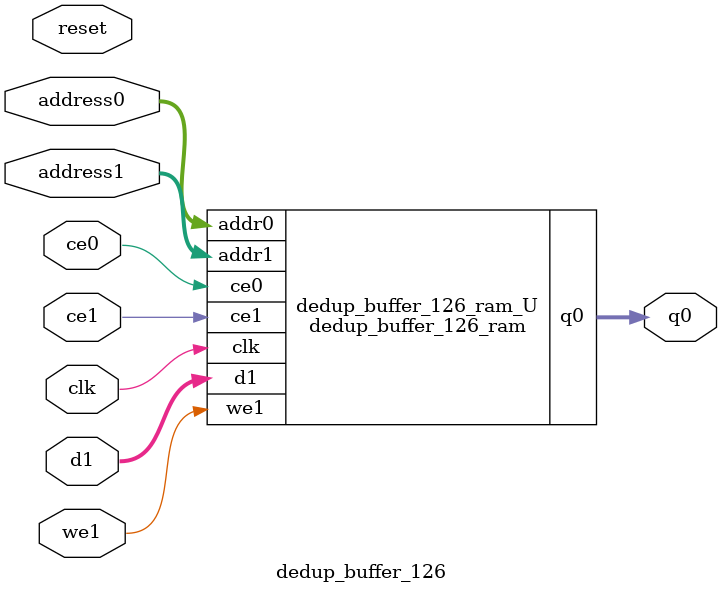
<source format=v>

`timescale 1 ns / 1 ps
module dedup_buffer_126_ram (addr0, ce0, q0, addr1, ce1, d1, we1,  clk);

parameter DWIDTH = 8;
parameter AWIDTH = 6;
parameter MEM_SIZE = 64;

input[AWIDTH-1:0] addr0;
input ce0;
output reg[DWIDTH-1:0] q0;
input[AWIDTH-1:0] addr1;
input ce1;
input[DWIDTH-1:0] d1;
input we1;
input clk;

(* ram_style = "block" *)reg [DWIDTH-1:0] ram[MEM_SIZE-1:0];




always @(posedge clk)  
begin 
    if (ce0) 
    begin
            q0 <= ram[addr0];
    end
end


always @(posedge clk)  
begin 
    if (ce1) 
    begin
        if (we1) 
        begin 
            ram[addr1] <= d1; 
        end 
    end
end


endmodule


`timescale 1 ns / 1 ps
module dedup_buffer_126(
    reset,
    clk,
    address0,
    ce0,
    q0,
    address1,
    ce1,
    we1,
    d1);

parameter DataWidth = 32'd8;
parameter AddressRange = 32'd64;
parameter AddressWidth = 32'd6;
input reset;
input clk;
input[AddressWidth - 1:0] address0;
input ce0;
output[DataWidth - 1:0] q0;
input[AddressWidth - 1:0] address1;
input ce1;
input we1;
input[DataWidth - 1:0] d1;



dedup_buffer_126_ram dedup_buffer_126_ram_U(
    .clk( clk ),
    .addr0( address0 ),
    .ce0( ce0 ),
    .q0( q0 ),
    .addr1( address1 ),
    .ce1( ce1 ),
    .d1( d1 ),
    .we1( we1 ));

endmodule


</source>
